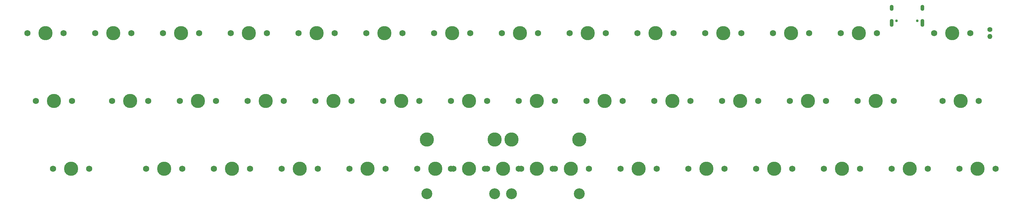
<source format=gts>
%TF.GenerationSoftware,KiCad,Pcbnew,(5.99.0-10847-g28909c1a72)*%
%TF.CreationDate,2021-06-15T23:46:12+03:00*%
%TF.ProjectId,vanpole,76616e70-6f6c-4652-9e6b-696361645f70,rev?*%
%TF.SameCoordinates,Original*%
%TF.FileFunction,Soldermask,Top*%
%TF.FilePolarity,Negative*%
%FSLAX46Y46*%
G04 Gerber Fmt 4.6, Leading zero omitted, Abs format (unit mm)*
G04 Created by KiCad (PCBNEW (5.99.0-10847-g28909c1a72)) date 2021-06-15 23:46:12*
%MOMM*%
%LPD*%
G01*
G04 APERTURE LIST*
%ADD10C,1.400000*%
%ADD11O,1.400000X1.400000*%
%ADD12C,3.987800*%
%ADD13C,3.048000*%
%ADD14C,1.750000*%
%ADD15C,0.750000*%
%ADD16O,1.100000X2.200000*%
%ADD17O,1.100000X1.700000*%
G04 APERTURE END LIST*
D10*
%TO.C,SW1*%
X298750000Y-56135000D03*
D11*
X298750000Y-58035000D03*
%TD*%
D12*
%TO.C,MX44*%
X183356250Y-86995000D03*
X159543750Y-86995000D03*
D13*
X183356250Y-102235000D03*
X159543750Y-102235000D03*
D14*
X176530000Y-95250000D03*
X166370000Y-95250000D03*
D12*
X171450000Y-95250000D03*
%TD*%
%TO.C,MX43*%
X164306250Y-86995000D03*
X140493750Y-86995000D03*
D13*
X164306250Y-102235000D03*
X140493750Y-102235000D03*
D14*
X157480000Y-95250000D03*
X147320000Y-95250000D03*
D12*
X152400000Y-95250000D03*
%TD*%
D14*
%TO.C,MX21*%
X156845000Y-95250000D03*
X167005000Y-95250000D03*
D12*
X161925000Y-95250000D03*
%TD*%
%TO.C,MX26*%
X190500000Y-76200000D03*
D14*
X185420000Y-76200000D03*
X195580000Y-76200000D03*
%TD*%
D12*
%TO.C,MX31*%
X223837500Y-57150000D03*
D14*
X218757500Y-57150000D03*
X228917500Y-57150000D03*
%TD*%
%TO.C,MX6*%
X61595000Y-95250000D03*
D12*
X66675000Y-95250000D03*
D14*
X71755000Y-95250000D03*
%TD*%
D12*
%TO.C,MX24*%
X180975000Y-95250000D03*
D14*
X186055000Y-95250000D03*
X175895000Y-95250000D03*
%TD*%
%TO.C,MX34*%
X237807500Y-57150000D03*
D12*
X242887500Y-57150000D03*
D14*
X247967500Y-57150000D03*
%TD*%
%TO.C,MX8*%
X71120000Y-76200000D03*
D12*
X76200000Y-76200000D03*
D14*
X81280000Y-76200000D03*
%TD*%
%TO.C,MX19*%
X142557500Y-57150000D03*
X152717500Y-57150000D03*
D12*
X147637500Y-57150000D03*
%TD*%
D14*
%TO.C,MX33*%
X233045000Y-95250000D03*
D12*
X238125000Y-95250000D03*
D14*
X243205000Y-95250000D03*
%TD*%
%TO.C,MX9*%
X80645000Y-95250000D03*
X90805000Y-95250000D03*
D12*
X85725000Y-95250000D03*
%TD*%
D14*
%TO.C,MX20*%
X157480000Y-76200000D03*
X147320000Y-76200000D03*
D12*
X152400000Y-76200000D03*
%TD*%
D14*
%TO.C,MX27*%
X194945000Y-95250000D03*
D12*
X200025000Y-95250000D03*
D14*
X205105000Y-95250000D03*
%TD*%
D12*
%TO.C,MX41*%
X290512500Y-76200000D03*
D14*
X295592500Y-76200000D03*
X285432500Y-76200000D03*
%TD*%
%TO.C,MX37*%
X256857500Y-57150000D03*
X267017500Y-57150000D03*
D12*
X261937500Y-57150000D03*
%TD*%
D14*
%TO.C,MX16*%
X133667500Y-57150000D03*
X123507500Y-57150000D03*
D12*
X128587500Y-57150000D03*
%TD*%
D14*
%TO.C,MX2*%
X30638750Y-76200000D03*
D12*
X35718750Y-76200000D03*
D14*
X40798750Y-76200000D03*
%TD*%
%TO.C,MX23*%
X166370000Y-76200000D03*
X176530000Y-76200000D03*
D12*
X171450000Y-76200000D03*
%TD*%
%TO.C,MX11*%
X95250000Y-76200000D03*
D14*
X100330000Y-76200000D03*
X90170000Y-76200000D03*
%TD*%
D12*
%TO.C,MX10*%
X90487500Y-57150000D03*
D14*
X95567500Y-57150000D03*
X85407500Y-57150000D03*
%TD*%
D12*
%TO.C,MX38*%
X266700000Y-76200000D03*
D14*
X261620000Y-76200000D03*
X271780000Y-76200000D03*
%TD*%
%TO.C,MX18*%
X137795000Y-95250000D03*
D12*
X142875000Y-95250000D03*
D14*
X147955000Y-95250000D03*
%TD*%
%TO.C,MX40*%
X283051250Y-57150000D03*
D12*
X288131250Y-57150000D03*
D14*
X293211250Y-57150000D03*
%TD*%
%TO.C,MX32*%
X223520000Y-76200000D03*
D12*
X228600000Y-76200000D03*
D14*
X233680000Y-76200000D03*
%TD*%
%TO.C,MX12*%
X109855000Y-95250000D03*
D12*
X104775000Y-95250000D03*
D14*
X99695000Y-95250000D03*
%TD*%
D12*
%TO.C,MX22*%
X166687500Y-57150000D03*
D14*
X161607500Y-57150000D03*
X171767500Y-57150000D03*
%TD*%
%TO.C,MX5*%
X52070000Y-76200000D03*
D12*
X57150000Y-76200000D03*
D14*
X62230000Y-76200000D03*
%TD*%
D12*
%TO.C,MX4*%
X52387500Y-57150000D03*
D14*
X47307500Y-57150000D03*
X57467500Y-57150000D03*
%TD*%
%TO.C,MX39*%
X281305000Y-95250000D03*
X271145000Y-95250000D03*
D12*
X276225000Y-95250000D03*
%TD*%
D14*
%TO.C,MX17*%
X128270000Y-76200000D03*
D12*
X133350000Y-76200000D03*
D14*
X138430000Y-76200000D03*
%TD*%
D12*
%TO.C,MX25*%
X185737500Y-57150000D03*
D14*
X190817500Y-57150000D03*
X180657500Y-57150000D03*
%TD*%
%TO.C,MX7*%
X76517500Y-57150000D03*
D12*
X71437500Y-57150000D03*
D14*
X66357500Y-57150000D03*
%TD*%
D12*
%TO.C,MX30*%
X219075000Y-95250000D03*
D14*
X224155000Y-95250000D03*
X213995000Y-95250000D03*
%TD*%
D12*
%TO.C,MX15*%
X123825000Y-95250000D03*
D14*
X128905000Y-95250000D03*
X118745000Y-95250000D03*
%TD*%
%TO.C,MX28*%
X209867500Y-57150000D03*
D12*
X204787500Y-57150000D03*
D14*
X199707500Y-57150000D03*
%TD*%
%TO.C,MX36*%
X262255000Y-95250000D03*
D12*
X257175000Y-95250000D03*
D14*
X252095000Y-95250000D03*
%TD*%
%TO.C,MX1*%
X28257500Y-57150000D03*
X38417500Y-57150000D03*
D12*
X33337500Y-57150000D03*
%TD*%
%TO.C,MX42*%
X295275000Y-95250000D03*
D14*
X300355000Y-95250000D03*
X290195000Y-95250000D03*
%TD*%
%TO.C,MX29*%
X204470000Y-76200000D03*
X214630000Y-76200000D03*
D12*
X209550000Y-76200000D03*
%TD*%
D14*
%TO.C,MX3*%
X35401250Y-95250000D03*
X45561250Y-95250000D03*
D12*
X40481250Y-95250000D03*
%TD*%
%TO.C,MX14*%
X114300000Y-76200000D03*
D14*
X109220000Y-76200000D03*
X119380000Y-76200000D03*
%TD*%
D12*
%TO.C,MX35*%
X247650000Y-76200000D03*
D14*
X242570000Y-76200000D03*
X252730000Y-76200000D03*
%TD*%
%TO.C,MX13*%
X114617500Y-57150000D03*
D12*
X109537500Y-57150000D03*
D14*
X104457500Y-57150000D03*
%TD*%
D15*
%TO.C,USB1*%
X272541250Y-53681250D03*
X278321250Y-53681250D03*
D16*
X279751250Y-54211250D03*
D17*
X279751250Y-50031250D03*
X271111250Y-50031250D03*
D16*
X271111250Y-54211250D03*
%TD*%
M02*

</source>
